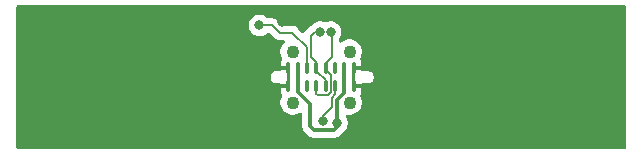
<source format=gtl>
G04 #@! TF.GenerationSoftware,KiCad,Pcbnew,9.0.6*
G04 #@! TF.CreationDate,2025-12-16T13:32:32+01:00*
G04 #@! TF.ProjectId,USB,5553422e-6b69-4636-9164-5f7063625858,rev?*
G04 #@! TF.SameCoordinates,Original*
G04 #@! TF.FileFunction,Copper,L1,Top*
G04 #@! TF.FilePolarity,Positive*
%FSLAX46Y46*%
G04 Gerber Fmt 4.6, Leading zero omitted, Abs format (unit mm)*
G04 Created by KiCad (PCBNEW 9.0.6) date 2025-12-16 13:32:32*
%MOMM*%
%LPD*%
G01*
G04 APERTURE LIST*
G04 Aperture macros list*
%AMRoundRect*
0 Rectangle with rounded corners*
0 $1 Rounding radius*
0 $2 $3 $4 $5 $6 $7 $8 $9 X,Y pos of 4 corners*
0 Add a 4 corners polygon primitive as box body*
4,1,4,$2,$3,$4,$5,$6,$7,$8,$9,$2,$3,0*
0 Add four circle primitives for the rounded corners*
1,1,$1+$1,$2,$3*
1,1,$1+$1,$4,$5*
1,1,$1+$1,$6,$7*
1,1,$1+$1,$8,$9*
0 Add four rect primitives between the rounded corners*
20,1,$1+$1,$2,$3,$4,$5,0*
20,1,$1+$1,$4,$5,$6,$7,0*
20,1,$1+$1,$6,$7,$8,$9,0*
20,1,$1+$1,$8,$9,$2,$3,0*%
G04 Aperture macros list end*
G04 #@! TA.AperFunction,SMDPad,CuDef*
%ADD10RoundRect,0.075000X-0.075000X-0.425000X0.075000X-0.425000X0.075000X0.425000X-0.075000X0.425000X0*%
G04 #@! TD*
G04 #@! TA.AperFunction,HeatsinkPad*
%ADD11C,1.100000*%
G04 #@! TD*
G04 #@! TA.AperFunction,ComponentPad*
%ADD12C,4.000000*%
G04 #@! TD*
G04 #@! TA.AperFunction,ViaPad*
%ADD13C,0.800000*%
G04 #@! TD*
G04 #@! TA.AperFunction,Conductor*
%ADD14C,0.200000*%
G04 #@! TD*
G04 #@! TA.AperFunction,Conductor*
%ADD15C,0.300000*%
G04 #@! TD*
G04 APERTURE END LIST*
D10*
X254220000Y-117040000D03*
X255010000Y-117040000D03*
X255800000Y-117040000D03*
X256590000Y-117040000D03*
X257380000Y-117040000D03*
X258170000Y-117040000D03*
X258960000Y-117040000D03*
X259750000Y-117040000D03*
X259750000Y-118560000D03*
X258960000Y-118560000D03*
X258170000Y-118560000D03*
X257380000Y-118560000D03*
X256590000Y-118560000D03*
X255800000Y-118560000D03*
X255010000Y-118560000D03*
X254220000Y-118560000D03*
D11*
X254600000Y-115650000D03*
X254600000Y-119950000D03*
X259400000Y-115650000D03*
X259400000Y-119950000D03*
D12*
X235000000Y-117800000D03*
X279000000Y-117800000D03*
D13*
X256900000Y-113975000D03*
X257800000Y-113975000D03*
X252625000Y-121550000D03*
X263500000Y-115475000D03*
X262900000Y-121750000D03*
X253650000Y-113175000D03*
X249450000Y-119550000D03*
X265150000Y-120450000D03*
X269225000Y-117950000D03*
X266550000Y-117300000D03*
X258350000Y-121675000D03*
X257175000Y-121525000D03*
X251775000Y-113425000D03*
D14*
X256590000Y-116557836D02*
X256590000Y-117295001D01*
X257380000Y-118085001D02*
X257380000Y-118585000D01*
X256900000Y-113975000D02*
X256450000Y-113975000D01*
X256450000Y-113975000D02*
X256099000Y-114326000D01*
X256099000Y-114326000D02*
X256099000Y-116066836D01*
X256590000Y-117295001D02*
X257380000Y-118085001D01*
X256099000Y-116066836D02*
X256590000Y-116557836D01*
X257900000Y-114075000D02*
X257900000Y-116125000D01*
X257455000Y-117265000D02*
X257806000Y-117616000D01*
X257806000Y-119069000D02*
X257550000Y-119325000D01*
X257800000Y-113975000D02*
X257900000Y-114075000D01*
X256590000Y-119209999D02*
X256590000Y-118560000D01*
X257900000Y-116125000D02*
X257380000Y-116645000D01*
X256705001Y-119325000D02*
X256590000Y-119209999D01*
X257806000Y-117616000D02*
X257806000Y-119069000D01*
X257550000Y-119325000D02*
X256705001Y-119325000D01*
X257380000Y-116645000D02*
X257380000Y-117065000D01*
D15*
X255010000Y-118585000D02*
X255010000Y-119035000D01*
X255010000Y-119035000D02*
X256049000Y-120074000D01*
X258350000Y-120555646D02*
X258350000Y-121675000D01*
X258350000Y-122000000D02*
X258075000Y-122275000D01*
X258960000Y-119115793D02*
X258352000Y-119723793D01*
X258352000Y-119723793D02*
X258352000Y-120553646D01*
X256049000Y-121949000D02*
X256375000Y-122275000D01*
X258960000Y-118560000D02*
X258960000Y-119115793D01*
X256049000Y-120074000D02*
X256049000Y-121949000D01*
X258350000Y-121675000D02*
X258350000Y-122000000D01*
X256375000Y-122275000D02*
X258075000Y-122275000D01*
X255010000Y-118560000D02*
X255010000Y-117040000D01*
X258352000Y-120553646D02*
X258350000Y-120555646D01*
X258960000Y-117065000D02*
X258960000Y-118585000D01*
D14*
X257901000Y-119536983D02*
X258170000Y-119267983D01*
X257175000Y-121525000D02*
X257175000Y-121092836D01*
X257901000Y-120366836D02*
X257901000Y-119536983D01*
X258170000Y-119267983D02*
X258170000Y-118560000D01*
X257175000Y-121092836D02*
X257901000Y-120366836D01*
X255775000Y-115275000D02*
X255775000Y-116975000D01*
X254550000Y-114050000D02*
X255775000Y-115275000D01*
X252850000Y-113425000D02*
X253475000Y-114050000D01*
X251775000Y-113425000D02*
X252850000Y-113425000D01*
X255775000Y-116975000D02*
X255865000Y-117065000D01*
X253475000Y-114050000D02*
X254550000Y-114050000D01*
G04 #@! TA.AperFunction,Conductor*
G36*
X282742539Y-111720185D02*
G01*
X282788294Y-111772989D01*
X282799500Y-111824500D01*
X282799500Y-123775500D01*
X282779815Y-123842539D01*
X282727011Y-123888294D01*
X282675500Y-123899500D01*
X231324500Y-123899500D01*
X231257461Y-123879815D01*
X231211706Y-123827011D01*
X231200500Y-123775500D01*
X231200500Y-117730158D01*
X252719500Y-117730158D01*
X252719500Y-117869842D01*
X252755652Y-118004765D01*
X252825494Y-118125735D01*
X252924265Y-118224506D01*
X253045235Y-118294348D01*
X253180158Y-118330500D01*
X253180160Y-118330500D01*
X253319839Y-118330500D01*
X253319842Y-118330500D01*
X253413909Y-118305295D01*
X253483756Y-118306958D01*
X253541619Y-118346120D01*
X253568204Y-118408204D01*
X253570000Y-118410000D01*
X254070000Y-118410000D01*
X254070000Y-117190000D01*
X253570000Y-117190000D01*
X253563735Y-117196264D01*
X253550315Y-117241968D01*
X253497511Y-117287723D01*
X253428353Y-117297667D01*
X253413908Y-117294704D01*
X253319843Y-117269500D01*
X253319842Y-117269500D01*
X253180158Y-117269500D01*
X253045235Y-117305652D01*
X253045232Y-117305653D01*
X252924263Y-117375495D01*
X252825495Y-117474263D01*
X252755653Y-117595232D01*
X252755652Y-117595235D01*
X252719500Y-117730158D01*
X231200500Y-117730158D01*
X231200500Y-113336304D01*
X250874500Y-113336304D01*
X250874500Y-113513695D01*
X250909103Y-113687658D01*
X250909106Y-113687667D01*
X250976983Y-113851540D01*
X250976990Y-113851553D01*
X251075535Y-113999034D01*
X251075538Y-113999038D01*
X251200961Y-114124461D01*
X251200965Y-114124464D01*
X251348446Y-114223009D01*
X251348459Y-114223016D01*
X251471363Y-114273923D01*
X251512334Y-114290894D01*
X251512336Y-114290894D01*
X251512341Y-114290896D01*
X251686304Y-114325499D01*
X251686307Y-114325500D01*
X251686309Y-114325500D01*
X251863693Y-114325500D01*
X251863694Y-114325499D01*
X251921682Y-114313964D01*
X252037658Y-114290896D01*
X252037661Y-114290894D01*
X252037666Y-114290894D01*
X252201547Y-114223013D01*
X252349035Y-114124464D01*
X252411681Y-114061817D01*
X252438612Y-114047111D01*
X252464426Y-114030523D01*
X252470625Y-114029631D01*
X252473002Y-114028334D01*
X252499361Y-114025500D01*
X252549903Y-114025500D01*
X252616942Y-114045185D01*
X252637584Y-114061819D01*
X252990139Y-114414374D01*
X252990149Y-114414385D01*
X252994479Y-114418715D01*
X252994480Y-114418716D01*
X253106284Y-114530520D01*
X253106286Y-114530521D01*
X253106290Y-114530524D01*
X253200818Y-114585099D01*
X253243216Y-114609577D01*
X253336514Y-114634576D01*
X253395942Y-114650500D01*
X253395943Y-114650500D01*
X253814505Y-114650500D01*
X253881544Y-114670185D01*
X253927299Y-114722989D01*
X253937243Y-114792147D01*
X253908218Y-114855703D01*
X253902186Y-114862181D01*
X253784025Y-114980341D01*
X253784024Y-114980342D01*
X253669058Y-115152403D01*
X253589870Y-115343579D01*
X253589868Y-115343587D01*
X253549500Y-115546530D01*
X253549500Y-115753469D01*
X253589868Y-115956412D01*
X253589870Y-115956420D01*
X253669058Y-116147597D01*
X253670809Y-116150217D01*
X253671304Y-116151800D01*
X253671929Y-116152968D01*
X253671707Y-116153086D01*
X253691687Y-116216894D01*
X253673203Y-116284274D01*
X253666084Y-116294593D01*
X253642737Y-116325019D01*
X253584801Y-116464891D01*
X253584800Y-116464895D01*
X253570000Y-116577302D01*
X253570000Y-116890000D01*
X254096000Y-116890000D01*
X254104685Y-116892550D01*
X254113647Y-116891262D01*
X254137687Y-116902240D01*
X254163039Y-116909685D01*
X254168966Y-116916525D01*
X254177203Y-116920287D01*
X254191492Y-116942521D01*
X254208794Y-116962489D01*
X254211081Y-116973003D01*
X254214977Y-116979065D01*
X254220000Y-117014000D01*
X254220000Y-117040000D01*
X254235500Y-117040000D01*
X254302539Y-117059685D01*
X254348294Y-117112489D01*
X254359500Y-117164000D01*
X254359500Y-118436000D01*
X254356949Y-118444685D01*
X254358238Y-118453647D01*
X254347259Y-118477687D01*
X254339815Y-118503039D01*
X254332974Y-118508966D01*
X254329213Y-118517203D01*
X254306978Y-118531492D01*
X254287011Y-118548794D01*
X254276496Y-118551081D01*
X254270435Y-118554977D01*
X254235500Y-118560000D01*
X254220000Y-118560000D01*
X254220000Y-118586000D01*
X254200315Y-118653039D01*
X254147511Y-118698794D01*
X254096000Y-118710000D01*
X253570000Y-118710000D01*
X253570000Y-119022697D01*
X253584800Y-119135104D01*
X253584801Y-119135108D01*
X253642736Y-119274978D01*
X253666083Y-119305404D01*
X253691277Y-119370574D01*
X253677239Y-119439018D01*
X253670817Y-119449770D01*
X253669059Y-119452400D01*
X253669058Y-119452403D01*
X253589870Y-119643579D01*
X253589868Y-119643587D01*
X253549500Y-119846530D01*
X253549500Y-120053469D01*
X253589868Y-120256412D01*
X253589870Y-120256420D01*
X253669058Y-120447596D01*
X253784024Y-120619657D01*
X253930342Y-120765975D01*
X253930345Y-120765977D01*
X254102402Y-120880941D01*
X254293580Y-120960130D01*
X254427786Y-120986825D01*
X254496530Y-121000499D01*
X254496534Y-121000500D01*
X254496535Y-121000500D01*
X254703466Y-121000500D01*
X254703467Y-121000499D01*
X254906420Y-120960130D01*
X255097598Y-120880941D01*
X255097599Y-120880940D01*
X255097600Y-120880940D01*
X255205610Y-120808771D01*
X255272287Y-120787893D01*
X255339667Y-120806378D01*
X255386357Y-120858357D01*
X255398500Y-120911873D01*
X255398500Y-122013071D01*
X255413737Y-122089669D01*
X255413737Y-122089670D01*
X255423496Y-122138737D01*
X255423498Y-122138742D01*
X255472534Y-122257125D01*
X255543726Y-122363673D01*
X255960325Y-122780272D01*
X255960331Y-122780277D01*
X256066874Y-122851466D01*
X256136221Y-122880189D01*
X256185256Y-122900501D01*
X256185259Y-122900501D01*
X256185260Y-122900502D01*
X256310928Y-122925500D01*
X256310931Y-122925500D01*
X258139071Y-122925500D01*
X258223615Y-122908682D01*
X258264744Y-122900501D01*
X258383127Y-122851465D01*
X258489669Y-122780277D01*
X258829358Y-122440586D01*
X258848133Y-122425179D01*
X258924035Y-122374464D01*
X259049464Y-122249035D01*
X259148013Y-122101547D01*
X259215894Y-121937666D01*
X259250500Y-121763691D01*
X259250500Y-121586309D01*
X259250500Y-121586306D01*
X259250499Y-121586304D01*
X259215896Y-121412341D01*
X259215893Y-121412332D01*
X259148016Y-121248459D01*
X259148014Y-121248455D01*
X259148013Y-121248453D01*
X259100492Y-121177333D01*
X259079614Y-121110656D01*
X259098098Y-121043276D01*
X259150077Y-120996585D01*
X259219047Y-120985409D01*
X259227784Y-120986824D01*
X259296533Y-121000499D01*
X259296534Y-121000500D01*
X259296535Y-121000500D01*
X259503466Y-121000500D01*
X259503467Y-121000499D01*
X259706420Y-120960130D01*
X259897598Y-120880941D01*
X260069655Y-120765977D01*
X260215977Y-120619655D01*
X260330941Y-120447598D01*
X260410130Y-120256420D01*
X260450500Y-120053465D01*
X260450500Y-119846535D01*
X260410130Y-119643580D01*
X260330941Y-119452402D01*
X260315226Y-119428883D01*
X260294348Y-119362208D01*
X260312831Y-119294827D01*
X260319956Y-119284501D01*
X260327262Y-119274979D01*
X260327263Y-119274979D01*
X260385198Y-119135108D01*
X260385199Y-119135104D01*
X260399999Y-119022697D01*
X260400000Y-119022683D01*
X260400000Y-118710000D01*
X259874000Y-118710000D01*
X259865314Y-118707449D01*
X259856353Y-118708738D01*
X259832312Y-118697759D01*
X259806961Y-118690315D01*
X259801033Y-118683474D01*
X259792797Y-118679713D01*
X259778507Y-118657478D01*
X259761206Y-118637511D01*
X259758918Y-118626996D01*
X259755023Y-118620935D01*
X259750000Y-118586000D01*
X259750000Y-118560000D01*
X259734500Y-118560000D01*
X259667461Y-118540315D01*
X259621706Y-118487511D01*
X259610500Y-118436000D01*
X259610500Y-118410000D01*
X259900000Y-118410000D01*
X260400000Y-118410000D01*
X260401870Y-118408129D01*
X260419685Y-118347461D01*
X260472489Y-118301706D01*
X260524000Y-118290500D01*
X261024574Y-118290500D01*
X261024576Y-118290500D01*
X261149326Y-118257074D01*
X261261174Y-118192498D01*
X261352498Y-118101174D01*
X261417074Y-117989326D01*
X261450500Y-117864576D01*
X261450500Y-117735424D01*
X261417074Y-117610674D01*
X261352498Y-117498826D01*
X261261174Y-117407502D01*
X261205250Y-117375214D01*
X261149327Y-117342926D01*
X261086951Y-117326213D01*
X261024576Y-117309500D01*
X260524000Y-117309500D01*
X260456961Y-117289815D01*
X260411206Y-117237011D01*
X260401251Y-117191251D01*
X260400000Y-117190000D01*
X259900000Y-117190000D01*
X259900000Y-118410000D01*
X259610500Y-118410000D01*
X259610500Y-117164000D01*
X259630185Y-117096961D01*
X259682989Y-117051206D01*
X259734500Y-117040000D01*
X259750000Y-117040000D01*
X259750000Y-117014000D01*
X259769685Y-116946961D01*
X259822489Y-116901206D01*
X259874000Y-116890000D01*
X260400000Y-116890000D01*
X260400000Y-116577316D01*
X260399999Y-116577302D01*
X260385199Y-116464895D01*
X260385198Y-116464891D01*
X260327262Y-116325018D01*
X260319952Y-116315492D01*
X260294758Y-116250323D01*
X260308796Y-116181878D01*
X260315220Y-116171125D01*
X260330941Y-116147598D01*
X260410130Y-115956420D01*
X260450500Y-115753465D01*
X260450500Y-115546535D01*
X260410130Y-115343580D01*
X260330941Y-115152402D01*
X260215977Y-114980345D01*
X260215975Y-114980342D01*
X260069657Y-114834024D01*
X259965613Y-114764505D01*
X259897598Y-114719059D01*
X259779606Y-114670185D01*
X259706420Y-114639870D01*
X259706412Y-114639868D01*
X259503469Y-114599500D01*
X259503465Y-114599500D01*
X259296535Y-114599500D01*
X259296530Y-114599500D01*
X259093587Y-114639868D01*
X259093579Y-114639870D01*
X258902403Y-114719058D01*
X258730342Y-114834024D01*
X258730341Y-114834025D01*
X258712181Y-114852186D01*
X258692744Y-114862798D01*
X258676011Y-114877299D01*
X258662679Y-114879215D01*
X258650858Y-114885671D01*
X258628771Y-114884091D01*
X258606853Y-114887243D01*
X258594601Y-114881647D01*
X258581166Y-114880687D01*
X258563439Y-114867416D01*
X258543297Y-114858218D01*
X258536014Y-114846886D01*
X258525233Y-114838815D01*
X258517495Y-114818069D01*
X258505523Y-114799440D01*
X258502371Y-114777521D01*
X258500816Y-114773351D01*
X258500500Y-114764505D01*
X258500500Y-114585099D01*
X258520185Y-114518060D01*
X258521398Y-114516208D01*
X258598013Y-114401547D01*
X258665894Y-114237666D01*
X258668810Y-114223009D01*
X258700499Y-114063695D01*
X258700500Y-114063693D01*
X258700500Y-113886306D01*
X258700499Y-113886304D01*
X258665896Y-113712341D01*
X258665893Y-113712332D01*
X258598016Y-113548459D01*
X258598009Y-113548446D01*
X258499464Y-113400965D01*
X258499461Y-113400961D01*
X258374038Y-113275538D01*
X258374034Y-113275535D01*
X258226553Y-113176990D01*
X258226540Y-113176983D01*
X258062667Y-113109106D01*
X258062658Y-113109103D01*
X257888694Y-113074500D01*
X257888691Y-113074500D01*
X257711309Y-113074500D01*
X257711306Y-113074500D01*
X257537341Y-113109103D01*
X257537332Y-113109106D01*
X257397452Y-113167046D01*
X257327983Y-113174515D01*
X257302548Y-113167046D01*
X257162667Y-113109106D01*
X257162658Y-113109103D01*
X256988694Y-113074500D01*
X256988691Y-113074500D01*
X256811309Y-113074500D01*
X256811306Y-113074500D01*
X256637341Y-113109103D01*
X256637332Y-113109106D01*
X256473459Y-113176983D01*
X256473446Y-113176990D01*
X256325966Y-113275534D01*
X256200535Y-113400966D01*
X256200534Y-113400967D01*
X256189764Y-113417085D01*
X256148667Y-113455575D01*
X256081287Y-113494478D01*
X256081281Y-113494482D01*
X255618481Y-113957282D01*
X255618477Y-113957287D01*
X255585094Y-114015109D01*
X255534527Y-114063325D01*
X255465920Y-114076547D01*
X255401055Y-114050579D01*
X255390026Y-114040790D01*
X255037590Y-113688355D01*
X255037588Y-113688352D01*
X254918717Y-113569481D01*
X254918709Y-113569475D01*
X254822087Y-113513691D01*
X254822085Y-113513690D01*
X254781790Y-113490425D01*
X254781789Y-113490424D01*
X254769263Y-113487067D01*
X254629057Y-113449499D01*
X254470943Y-113449499D01*
X254463347Y-113449499D01*
X254463331Y-113449500D01*
X253775097Y-113449500D01*
X253708058Y-113429815D01*
X253687416Y-113413181D01*
X253337590Y-113063355D01*
X253337588Y-113063352D01*
X253218717Y-112944481D01*
X253218716Y-112944480D01*
X253108568Y-112880886D01*
X253108566Y-112880885D01*
X253081785Y-112865423D01*
X253081784Y-112865422D01*
X253081783Y-112865422D01*
X253025881Y-112850443D01*
X252929057Y-112824499D01*
X252770943Y-112824499D01*
X252763347Y-112824499D01*
X252763331Y-112824500D01*
X252499361Y-112824500D01*
X252432322Y-112804815D01*
X252411684Y-112788185D01*
X252349035Y-112725536D01*
X252349034Y-112725535D01*
X252349033Y-112725534D01*
X252201553Y-112626990D01*
X252201540Y-112626983D01*
X252037667Y-112559106D01*
X252037658Y-112559103D01*
X251863694Y-112524500D01*
X251863691Y-112524500D01*
X251686309Y-112524500D01*
X251686306Y-112524500D01*
X251512341Y-112559103D01*
X251512332Y-112559106D01*
X251348459Y-112626983D01*
X251348446Y-112626990D01*
X251200965Y-112725535D01*
X251200961Y-112725538D01*
X251075538Y-112850961D01*
X251075535Y-112850965D01*
X250976990Y-112998446D01*
X250976983Y-112998459D01*
X250909106Y-113162332D01*
X250909103Y-113162341D01*
X250874500Y-113336304D01*
X231200500Y-113336304D01*
X231200500Y-111824500D01*
X231220185Y-111757461D01*
X231272989Y-111711706D01*
X231324500Y-111700500D01*
X282675500Y-111700500D01*
X282742539Y-111720185D01*
G37*
G04 #@! TD.AperFunction*
M02*

</source>
